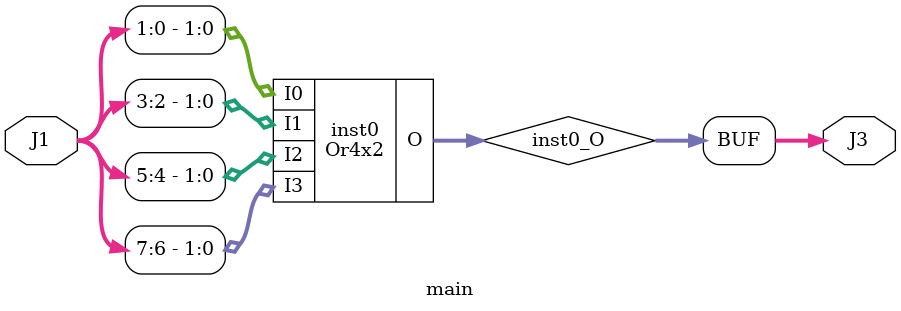
<source format=v>
module Or4 (input [3:0] I, output  O);
wire  inst0_O;
SB_LUT4 #(.LUT_INIT(16'hFFFE)) inst0 (.I0(I[0]), .I1(I[1]), .I2(I[2]), .I3(I[3]), .O(inst0_O));
assign O = inst0_O;
endmodule

module Or4x2 (input [1:0] I0, input [1:0] I1, input [1:0] I2, input [1:0] I3, output [1:0] O);
wire  inst0_O;
wire  inst1_O;
Or4 inst0 (.I({I3[0],I2[0],I1[0],I0[0]}), .O(inst0_O));
Or4 inst1 (.I({I3[1],I2[1],I1[1],I0[1]}), .O(inst1_O));
assign O = {inst1_O,inst0_O};
endmodule

module main (input [7:0] J1, output [1:0] J3);
wire [1:0] inst0_O;
Or4x2 inst0 (.I0({J1[1],J1[0]}), .I1({J1[3],J1[2]}), .I2({J1[5],J1[4]}), .I3({J1[7],J1[6]}), .O(inst0_O));
assign J3 = inst0_O;
endmodule


</source>
